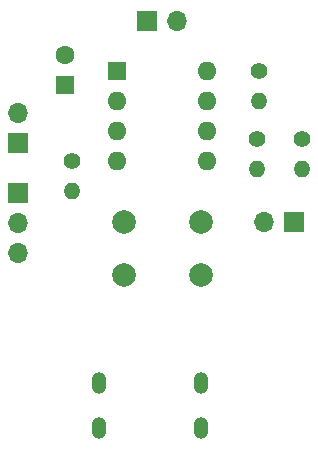
<source format=gbs>
%TF.GenerationSoftware,KiCad,Pcbnew,8.0.4*%
%TF.CreationDate,2024-08-01T01:15:24-04:00*%
%TF.ProjectId,555_toggle-switch_v2,3535355f-746f-4676-976c-652d73776974,rev?*%
%TF.SameCoordinates,Original*%
%TF.FileFunction,Soldermask,Bot*%
%TF.FilePolarity,Negative*%
%FSLAX46Y46*%
G04 Gerber Fmt 4.6, Leading zero omitted, Abs format (unit mm)*
G04 Created by KiCad (PCBNEW 8.0.4) date 2024-08-01 01:15:24*
%MOMM*%
%LPD*%
G01*
G04 APERTURE LIST*
%ADD10R,1.600000X1.600000*%
%ADD11C,1.600000*%
%ADD12O,1.600000X1.600000*%
%ADD13C,1.400000*%
%ADD14O,1.400000X1.400000*%
%ADD15R,1.700000X1.700000*%
%ADD16O,1.700000X1.700000*%
%ADD17O,1.252400X1.852400*%
%ADD18C,2.000000*%
G04 APERTURE END LIST*
D10*
%TO.C,C2*%
X117400000Y-95105113D03*
D11*
X117400000Y-92605113D03*
%TD*%
D10*
%TO.C,U1*%
X121850000Y-93980000D03*
D12*
X121850000Y-96520000D03*
X121850000Y-99060000D03*
X121850000Y-101600000D03*
X129470000Y-101600000D03*
X129470000Y-99060000D03*
X129470000Y-96520000D03*
X129470000Y-93980000D03*
%TD*%
D13*
%TO.C,R4*%
X137500000Y-99680000D03*
D14*
X137500000Y-102220000D03*
%TD*%
D15*
%TO.C,J1*%
X113400000Y-100075000D03*
D16*
X113400000Y-97535000D03*
%TD*%
D17*
%TO.C,USB*%
X120285000Y-124200000D03*
X128925000Y-124200000D03*
X120285000Y-120400000D03*
X128925000Y-120400000D03*
%TD*%
D15*
%TO.C,SW2*%
X113400000Y-104260000D03*
D16*
X113400000Y-106800000D03*
X113400000Y-109340000D03*
%TD*%
D13*
%TO.C,R1*%
X133700000Y-99680000D03*
D14*
X133700000Y-102220000D03*
%TD*%
D13*
%TO.C,R2*%
X133800000Y-93980000D03*
D14*
X133800000Y-96520000D03*
%TD*%
D16*
%TO.C,J3*%
X126915000Y-89700000D03*
D15*
X124375000Y-89700000D03*
%TD*%
%TO.C,SW3*%
X136775000Y-106700000D03*
D16*
X134235000Y-106700000D03*
%TD*%
D13*
%TO.C,R3*%
X118000000Y-101600000D03*
D14*
X118000000Y-104140000D03*
%TD*%
D18*
%TO.C,SW1*%
X122400000Y-106700000D03*
X128900000Y-106700000D03*
X122400000Y-111200000D03*
X128900000Y-111200000D03*
%TD*%
M02*

</source>
